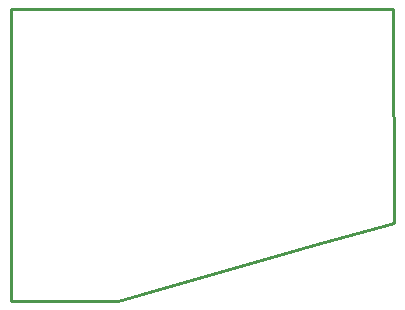
<source format=gko>
G04 Layer: BoardOutlineLayer*
G04 EasyEDA v6.4.31, 2022-03-16 09:40:05*
G04 30f33cc809fd450ca7eb4ca7eccbfc45,10*
G04 Gerber Generator version 0.2*
G04 Scale: 100 percent, Rotated: No, Reflected: No *
G04 Dimensions in millimeters *
G04 leading zeros omitted , absolute positions ,4 integer and 5 decimal *
%FSLAX45Y45*%
%MOMM*%

%ADD10C,0.2540*%
D10*
X711200Y5600700D02*
G01*
X3884675Y5600700D01*
X3886200Y3784600D01*
X3175000Y3594100D01*
X1549400Y3124200D01*
X647700Y3124962D01*
X647700Y5600700D01*
X711200Y5600700D01*

%LPD*%
M02*

</source>
